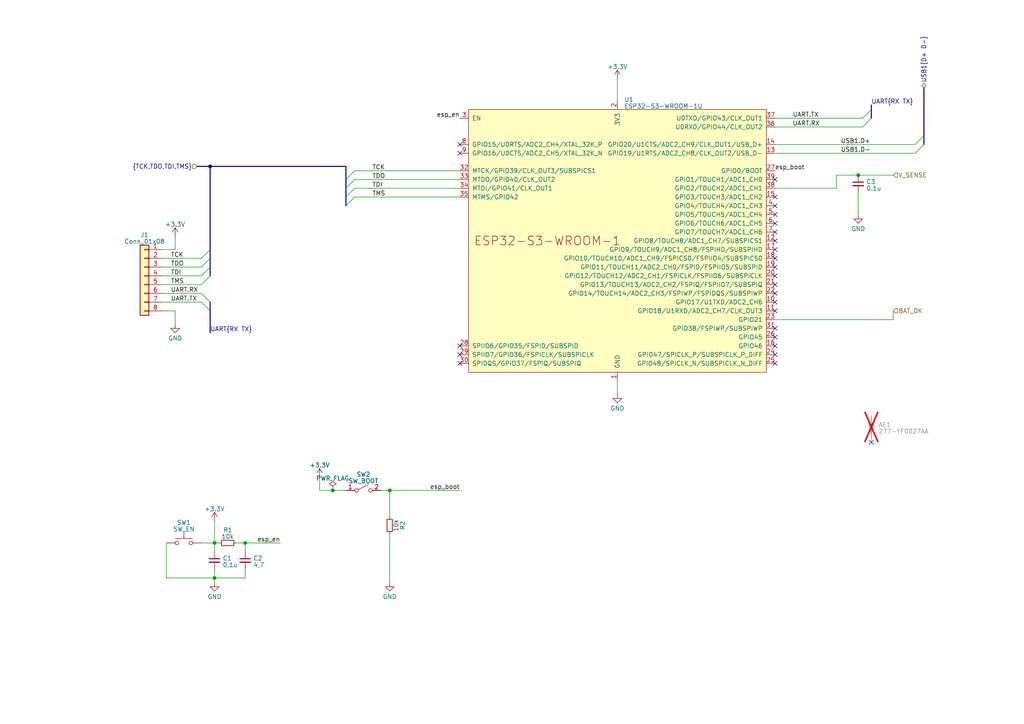
<source format=kicad_sch>
(kicad_sch (version 20230121) (generator eeschema)
  (paper "A4")
  (lib_symbols
    (symbol "Connector_Generic:Conn_01x08" (pin_names (offset 1.016) hide)
      (property "Reference" "J" (at 0 10.16 0))
      (property "Value" "Conn_01x08" (at 0 -12.7 0))
      (symbol "Conn_01x08_1_1"
        (rectangle (start -1.27 -10.033) (end 0 -10.287) (stroke (width 0.1524)))
        (rectangle (start -1.27 -7.493) (end 0 -7.747) (stroke (width 0.1524)))
        (rectangle (start -1.27 -4.953) (end 0 -5.207) (stroke (width 0.1524)))
        (rectangle (start -1.27 -2.413) (end 0 -2.667) (stroke (width 0.1524)))
        (rectangle (start -1.27 0.127) (end 0 -0.127) (stroke (width 0.1524)))
        (rectangle (start -1.27 2.667) (end 0 2.413) (stroke (width 0.1524)))
        (rectangle (start -1.27 5.207) (end 0 4.953) (stroke (width 0.1524)))
        (rectangle (start -1.27 7.747) (end 0 7.493) (stroke (width 0.1524)))
        (rectangle (start -1.27 8.89) (end 1.27 -11.43) (stroke (width 0.254)) (fill (type background)))
        (pin passive line (at -5.08 7.62 0) (length 3.81) (name "Pin_1") (number "1"))
        (pin passive line (at -5.08 5.08 0) (length 3.81) (name "Pin_2") (number "2"))
        (pin passive line (at -5.08 2.54 0) (length 3.81) (name "Pin_3") (number "3"))
        (pin passive line (at -5.08 0 0) (length 3.81) (name "Pin_4") (number "4"))
        (pin passive line (at -5.08 -2.54 0) (length 3.81) (name "Pin_5") (number "5"))
        (pin passive line (at -5.08 -5.08 0) (length 3.81) (name "Pin_6") (number "6"))
        (pin passive line (at -5.08 -7.62 0) (length 3.81) (name "Pin_7") (number "7"))
        (pin passive line (at -5.08 -10.16 0) (length 3.81) (name "Pin_8") (number "8"))
      )
    )
    (symbol "Device:Antenna" (pin_numbers hide) (pin_names (offset 1.016) hide)
      (property "Reference" "AE" (at -1.905 1.905 0))
      (property "Value" "Antenna" (at -1.905 0 0))
      (symbol "Antenna_0_1"
        (polyline (pts (xy 0 2.54) (xy 0 -3.81)) (stroke (width 0.254)))
        (polyline (pts (xy 1.27 2.54) (xy 0 -2.54) (xy -1.27 2.54)) (stroke (width 0.254)))
      )
      (symbol "Antenna_1_1"
        (pin input line (at 0 -5.08 90) (length 2.54) (name "A") (number "1"))
      )
    )
    (symbol "Device:C_Small" (pin_numbers hide) (pin_names (offset 0.254) hide)
      (property "Reference" "C" (at 0.254 1.778 0))
      (property "Value" "C_Small" (at 0.254 -2.032 0))
      (symbol "C_Small_0_1"
        (polyline (pts (xy -1.524 -0.508) (xy 1.524 -0.508)) (stroke (width 0.3302)))
        (polyline (pts (xy -1.524 0.508) (xy 1.524 0.508)) (stroke (width 0.3048)))
      )
      (symbol "C_Small_1_1"
        (pin passive line (at 0 2.54 270) (length 2.032) (name "~") (number "1"))
        (pin passive line (at 0 -2.54 90) (length 2.032) (name "~") (number "2"))
      )
    )
    (symbol "Device:R_Small" (pin_numbers hide) (pin_names (offset 0.254) hide)
      (property "Reference" "R" (at 0.762 0.508 0))
      (property "Value" "R_Small" (at 0.762 -1.016 0))
      (symbol "R_Small_0_1"
        (rectangle (start -0.762 1.778) (end 0.762 -1.778) (stroke (width 0.2032)))
      )
      (symbol "R_Small_1_1"
        (pin passive line (at 0 2.54 270) (length 0.762) (name "~") (number "1"))
        (pin passive line (at 0 -2.54 90) (length 0.762) (name "~") (number "2"))
      )
    )
    (symbol "Espressif:ESP32-S3-WROOM-1" (pin_names (offset 1.016))
      (property "Reference" "U" (at -43.18 43.18 0))
      (property "Value" "ESP32-S3-WROOM-1" (at -43.18 40.64 0))
      (symbol "ESP32-S3-WROOM-1_0_0"
        (text "ESP32-S3-WROOM-1" (at -20.32 0 0) (effects (font (size 2.54 2.54))))
        (pin power_in line (at 0 -40.64 90) (length 2.54) (name "GND") (number "1"))
        (pin bidirectional line (at 45.72 -17.78 180) (length 2.54) (name "GPIO17/U1TXD/ADC2_CH6") (number "10"))
        (pin bidirectional line (at 45.72 -20.32 180) (length 2.54) (name "GPIO18/U1RXD/ADC2_CH7/CLK_OUT3") (number "11"))
        (pin bidirectional line (at 45.72 0 180) (length 2.54) (name "GPIO8/TOUCH8/ADC1_CH7/SUBSPICS1") (number "12"))
        (pin bidirectional line (at 45.72 25.4 180) (length 2.54) (name "GPIO19/U1RTS/ADC2_CH8/CLK_OUT2/USB_D-") (number "13"))
        (pin bidirectional line (at 45.72 27.94 180) (length 2.54) (name "GPIO20/U1CTS/ADC2_CH9/CLK_OUT1/USB_D+") (number "14"))
        (pin bidirectional line (at 45.72 12.7 180) (length 2.54) (name "GPIO3/TOUCH3/ADC1_CH2") (number "15"))
        (pin bidirectional line (at 45.72 -30.48 180) (length 2.54) (name "GPIO46") (number "16"))
        (pin bidirectional line (at 45.72 -2.54 180) (length 2.54) (name "GPIO9/TOUCH9/ADC1_CH8/FSPIHD/SUBSPIHD") (number "17"))
        (pin bidirectional line (at 45.72 -5.08 180) (length 2.54) (name "GPIO10/TOUCH10/ADC1_CH9/FSPICS0/FSPIIO4/SUBSPICS0") (number "18"))
        (pin bidirectional line (at 45.72 -7.62 180) (length 2.54) (name "GPIO11/TOUCH11/ADC2_CH0/FSPID/FSPIIO5/SUBSPID") (number "19"))
        (pin power_in line (at 0 40.64 270) (length 2.54) (name "3V3") (number "2"))
        (pin bidirectional line (at 45.72 -10.16 180) (length 2.54) (name "GPIO12/TOUCH12/ADC2_CH1/FSPICLK/FSPIIO6/SUBSPICLK") (number "20"))
        (pin bidirectional line (at 45.72 -12.7 180) (length 2.54) (name "GPIO13/TOUCH13/ADC2_CH2/FSPIQ/FSPIIO7/SUBSPIQ") (number "21"))
        (pin bidirectional line (at 45.72 -15.24 180) (length 2.54) (name "GPIO14/TOUCH14/ADC2_CH3/FSPIWP/FSPIDQS/SUBSPIWP") (number "22"))
        (pin bidirectional line (at 45.72 -22.86 180) (length 2.54) (name "GPIO21") (number "23"))
        (pin bidirectional line (at 45.72 -33.02 180) (length 2.54) (name "GPIO47/SPICLK_P/SUBSPICLK_P_DIFF") (number "24"))
        (pin bidirectional line (at 45.72 -35.56 180) (length 2.54) (name "GPIO48/SPICLK_N/SUBSPICLK_N_DIFF") (number "25"))
        (pin bidirectional line (at 45.72 -27.94 180) (length 2.54) (name "GPIO45") (number "26"))
        (pin bidirectional line (at 45.72 20.32 180) (length 2.54) (name "GPIO0/BOOT") (number "27"))
        (pin bidirectional line (at -45.72 -30.48 0) (length 2.54) (name "SPIIO6/GPIO35/FSPID/SUBSPID") (number "28"))
        (pin bidirectional line (at -45.72 -33.02 0) (length 2.54) (name "SPIIO7/GPIO36/FSPICLK/SUBSPICLK") (number "29"))
        (pin input line (at -45.72 35.56 0) (length 2.54) (name "EN") (number "3"))
        (pin bidirectional line (at -45.72 -35.56 0) (length 2.54) (name "SPIDQS/GPIO37/FSPIQ/SUBSPIQ") (number "30"))
        (pin bidirectional line (at 45.72 -25.4 180) (length 2.54) (name "GPIO38/FSPIWP/SUBSPIWP") (number "31"))
        (pin bidirectional line (at -45.72 20.32 0) (length 2.54) (name "MTCK/GPIO39/CLK_OUT3/SUBSPICS1") (number "32"))
        (pin bidirectional line (at -45.72 17.78 0) (length 2.54) (name "MTDO/GPIO40/CLK_OUT2") (number "33"))
        (pin bidirectional line (at -45.72 15.24 0) (length 2.54) (name "MTDI/GPIO41/CLK_OUT1") (number "34"))
        (pin bidirectional line (at -45.72 12.7 0) (length 2.54) (name "MTMS/GPIO42") (number "35"))
        (pin bidirectional line (at 45.72 33.02 180) (length 2.54) (name "U0RXD/GPIO44/CLK_OUT2") (number "36"))
        (pin bidirectional line (at 45.72 35.56 180) (length 2.54) (name "U0TXD/GPIO43/CLK_OUT1") (number "37"))
        (pin bidirectional line (at 45.72 15.24 180) (length 2.54) (name "GPIO2/TOUCH2/ADC1_CH1") (number "38"))
        (pin bidirectional line (at 45.72 17.78 180) (length 2.54) (name "GPIO1/TOUCH1/ADC1_CH0") (number "39"))
        (pin bidirectional line (at 45.72 10.16 180) (length 2.54) (name "GPIO4/TOUCH4/ADC1_CH3") (number "4"))
        (pin passive line (at 0 -40.64 90) (length 2.54) hide (name "GND") (number "40"))
        (pin passive line (at 0 -40.64 90) (length 2.54) hide (name "GND") (number "41"))
        (pin bidirectional line (at 45.72 7.62 180) (length 2.54) (name "GPIO5/TOUCH5/ADC1_CH4") (number "5"))
        (pin bidirectional line (at 45.72 5.08 180) (length 2.54) (name "GPIO6/TOUCH6/ADC1_CH5") (number "6"))
        (pin bidirectional line (at 45.72 2.54 180) (length 2.54) (name "GPIO7/TOUCH7/ADC1_CH6") (number "7"))
        (pin bidirectional line (at -45.72 27.94 0) (length 2.54) (name "GPIO15/U0RTS/ADC2_CH4/XTAL_32K_P") (number "8"))
        (pin bidirectional line (at -45.72 25.4 0) (length 2.54) (name "GPIO16/U0CTS/ADC2_CH5/XTAL_32K_N") (number "9"))
      )
      (symbol "ESP32-S3-WROOM-1_0_1"
        (rectangle (start -43.18 38.1) (end 43.18 -38.1) (fill (type background)))
      )
    )
    (symbol "Switch:SW_Push" (pin_numbers hide) (pin_names (offset 1.016) hide)
      (property "Reference" "SW" (at 1.27 2.54 0))
      (property "Value" "SW_Push" (at 0 -1.524 0))
      (symbol "SW_Push_0_1"
        (circle (center -2.032 0) (radius 0.508))
        (polyline (pts (xy 0 1.27) (xy 0 3.048)))
        (polyline (pts (xy 2.54 1.27) (xy -2.54 1.27)))
        (circle (center 2.032 0) (radius 0.508))
        (pin passive line (at -5.08 0 0) (length 2.54) (name "1") (number "1"))
        (pin passive line (at 5.08 0 180) (length 2.54) (name "2") (number "2"))
      )
    )
    (symbol "Switch:SW_SPST" (pin_names (offset 0) hide)
      (property "Reference" "SW" (at 0 3.175 0))
      (property "Value" "SW_SPST" (at 0 -2.54 0))
      (symbol "SW_SPST_0_0"
        (circle (center -2.032 0) (radius 0.508))
        (polyline (pts (xy -1.524 0.254) (xy 1.524 1.778)))
        (circle (center 2.032 0) (radius 0.508))
      )
      (symbol "SW_SPST_1_1"
        (pin passive line (at -5.08 0 0) (length 2.54) (name "A") (number "1"))
        (pin passive line (at 5.08 0 180) (length 2.54) (name "B") (number "2"))
      )
    )
    (symbol "power:+3.3V" (power) (pin_names (offset 0))
      (property "Value" "+3.3V" (at 0 3.556 0))
      (symbol "+3.3V_0_1"
        (polyline (pts (xy -0.762 1.27) (xy 0 2.54)))
        (polyline (pts (xy 0 0) (xy 0 2.54)))
        (polyline (pts (xy 0 2.54) (xy 0.762 1.27)))
      )
      (symbol "+3.3V_1_1"
        (pin power_in line (at 0 0 90) (length 0) hide (name "+3.3V") (number "1"))
      )
    )
    (symbol "power:GND" (power) (pin_names (offset 0))
      (property "Value" "GND" (at 0 -3.81 0))
      (symbol "GND_0_1"
        (polyline (pts (xy 0 0) (xy 0 -1.27) (xy 1.27 -1.27) (xy 0 -2.54) (xy -1.27 -1.27) (xy 0 -1.27)))
      )
      (symbol "GND_1_1"
        (pin power_in line (at 0 0 270) (length 0) hide (name "GND") (number "1"))
      )
    )
    (symbol "power:PWR_FLAG" (power) (pin_numbers hide) (pin_names (offset 0) hide)
      (property "Value" "PWR_FLAG" (at 0 3.81 0))
      (symbol "PWR_FLAG_0_0"
        (pin power_out line (at 0 0 90) (length 0) (name "pwr") (number "1"))
      )
      (symbol "PWR_FLAG_0_1"
        (polyline (pts (xy 0 0) (xy 0 1.27) (xy -1.016 1.905) (xy 0 2.54) (xy 1.016 1.905) (xy 0 1.27)))
      )
    )
  )
  (junction (at 113.03 142.24))
  (junction (at 71.12 157.48))
  (junction (at 62.23 157.48))
  (junction (at 248.92 50.8))
  (junction (at 62.23 167.64))
  (junction (at 96.52 142.24))
  (junction (at 60.96 48.26))
  (no_connect (at 224.79 100.33))
  (no_connect (at 133.35 41.91))
  (no_connect (at 133.35 102.87))
  (no_connect (at 224.79 62.23))
  (no_connect (at 133.35 105.41))
  (no_connect (at 224.79 87.63))
  (no_connect (at 224.79 85.09))
  (no_connect (at 252.73 128.27))
  (no_connect (at 224.79 90.17))
  (no_connect (at 224.79 57.15))
  (no_connect (at 224.79 67.31))
  (no_connect (at 224.79 77.47))
  (no_connect (at 224.79 95.25))
  (no_connect (at 224.79 102.87))
  (no_connect (at 224.79 72.39))
  (no_connect (at 224.79 97.79))
  (no_connect (at 224.79 74.93))
  (no_connect (at 224.79 82.55))
  (no_connect (at 224.79 80.01))
  (no_connect (at 224.79 52.07))
  (no_connect (at 224.79 105.41))
  (no_connect (at 224.79 69.85))
  (no_connect (at 224.79 59.69))
  (no_connect (at 224.79 64.77))
  (no_connect (at 133.35 100.33))
  (no_connect (at 133.35 44.45))
  (bus_entry (at 102.87 49.53) (size -2.54 2.54))
  (bus_entry (at 60.96 77.47) (size -2.54 2.54))
  (bus_entry (at 102.87 54.61) (size -2.54 2.54))
  (bus_entry (at 265.43 44.45) (size 2.54 -2.54))
  (bus_entry (at 60.96 74.93) (size -2.54 2.54))
  (bus_entry (at 265.43 41.91) (size 2.54 -2.54))
  (bus_entry (at 250.19 34.29) (size 2.54 -2.54))
  (bus_entry (at 58.42 87.63) (size 2.54 2.54))
  (bus_entry (at 60.96 80.01) (size -2.54 2.54))
  (bus_entry (at 250.19 36.83) (size 2.54 -2.54))
  (bus_entry (at 102.87 52.07) (size -2.54 2.54))
  (bus_entry (at 60.96 72.39) (size -2.54 2.54))
  (bus_entry (at 102.87 57.15) (size -2.54 2.54))
  (bus_entry (at 58.42 85.09) (size 2.54 2.54))
  (wire (pts (xy 242.57 50.8) (xy 242.57 54.61)))
  (wire (pts (xy 113.03 142.24) (xy 133.35 142.24)))
  (wire (pts (xy 179.07 22.86) (xy 179.07 29.21)))
  (wire (pts (xy 46.99 87.63) (xy 58.42 87.63)))
  (wire (pts (xy 71.12 167.64) (xy 62.23 167.64)))
  (bus (pts (xy 60.96 90.17) (xy 60.96 96.52)))
  (wire (pts (xy 92.71 142.24) (xy 92.71 138.43)))
  (wire (pts (xy 224.79 92.71) (xy 259.08 92.71)))
  (wire (pts (xy 62.23 157.48) (xy 63.5 157.48)))
  (bus (pts (xy 60.96 48.26) (xy 100.33 48.26)))
  (wire (pts (xy 179.07 110.49) (xy 179.07 114.3)))
  (wire (pts (xy 100.33 142.24) (xy 96.52 142.24)))
  (bus (pts (xy 60.96 74.93) (xy 60.96 77.47)))
  (bus (pts (xy 60.96 72.39) (xy 60.96 74.93)))
  (wire (pts (xy 46.99 80.01) (xy 58.42 80.01)))
  (wire (pts (xy 102.87 57.15) (xy 133.35 57.15)))
  (wire (pts (xy 48.26 167.64) (xy 62.23 167.64)))
  (wire (pts (xy 62.23 165.1) (xy 62.23 167.64)))
  (bus (pts (xy 60.96 87.63) (xy 60.96 90.17)))
  (wire (pts (xy 50.8 72.39) (xy 50.8 68.58)))
  (bus (pts (xy 60.96 77.47) (xy 60.96 80.01)))
  (wire (pts (xy 46.99 82.55) (xy 58.42 82.55)))
  (wire (pts (xy 102.87 54.61) (xy 133.35 54.61)))
  (bus (pts (xy 60.96 48.26) (xy 60.96 72.39)))
  (wire (pts (xy 50.8 90.17) (xy 50.8 93.98)))
  (wire (pts (xy 58.42 157.48) (xy 62.23 157.48)))
  (wire (pts (xy 46.99 90.17) (xy 50.8 90.17)))
  (bus (pts (xy 252.73 30.48) (xy 252.73 31.75)))
  (wire (pts (xy 259.08 90.17) (xy 259.08 92.71)))
  (bus (pts (xy 100.33 52.07) (xy 100.33 54.61)))
  (bus (pts (xy 100.33 54.61) (xy 100.33 57.15)))
  (wire (pts (xy 46.99 85.09) (xy 58.42 85.09)))
  (wire (pts (xy 110.49 142.24) (xy 113.03 142.24)))
  (wire (pts (xy 224.79 44.45) (xy 265.43 44.45)))
  (wire (pts (xy 259.08 50.8) (xy 248.92 50.8)))
  (wire (pts (xy 224.79 54.61) (xy 242.57 54.61)))
  (wire (pts (xy 102.87 52.07) (xy 133.35 52.07)))
  (bus (pts (xy 252.73 31.75) (xy 252.73 34.29)))
  (bus (pts (xy 267.97 25.4) (xy 267.97 39.37)))
  (wire (pts (xy 113.03 154.94) (xy 113.03 168.91)))
  (wire (pts (xy 46.99 74.93) (xy 58.42 74.93)))
  (wire (pts (xy 71.12 157.48) (xy 71.12 160.02)))
  (bus (pts (xy 100.33 48.26) (xy 100.33 52.07)))
  (wire (pts (xy 62.23 160.02) (xy 62.23 157.48)))
  (wire (pts (xy 71.12 165.1) (xy 71.12 167.64)))
  (wire (pts (xy 46.99 72.39) (xy 50.8 72.39)))
  (wire (pts (xy 224.79 34.29) (xy 250.19 34.29)))
  (wire (pts (xy 248.92 62.23) (xy 248.92 55.88)))
  (wire (pts (xy 113.03 142.24) (xy 113.03 149.86)))
  (wire (pts (xy 71.12 157.48) (xy 81.28 157.48)))
  (bus (pts (xy 100.33 57.15) (xy 100.33 59.69)))
  (wire (pts (xy 96.52 142.24) (xy 92.71 142.24)))
  (wire (pts (xy 46.99 77.47) (xy 58.42 77.47)))
  (wire (pts (xy 248.92 50.8) (xy 242.57 50.8)))
  (wire (pts (xy 48.26 157.48) (xy 48.26 167.64)))
  (wire (pts (xy 102.87 49.53) (xy 133.35 49.53)))
  (bus (pts (xy 267.97 39.37) (xy 267.97 41.91)))
  (wire (pts (xy 224.79 41.91) (xy 265.43 41.91)))
  (bus (pts (xy 57.15 48.26) (xy 60.96 48.26)))
  (wire (pts (xy 68.58 157.48) (xy 71.12 157.48)))
  (wire (pts (xy 62.23 167.64) (xy 62.23 168.91)))
  (wire (pts (xy 224.79 36.83) (xy 250.19 36.83)))
  (wire (pts (xy 62.23 151.13) (xy 62.23 157.48)))
  (label "UART.RX" (at 49.53 85.09 0))
  (label "UART.TX" (at 49.53 87.63 0))
  (label "UART{RX TX}" (at 60.96 96.52 0))
  (label "TMS" (at 49.53 82.55 0))
  (label "UART.RX" (at 229.87 36.83 0))
  (label "TDO" (at 107.95 52.07 0))
  (label "esp_boot" (at 133.35 142.24 180))
  (label "esp_boot" (at 224.79 49.53 0))
  (label "USB1.D+" (at 243.84 41.91 0))
  (label "UART{RX TX}" (at 252.73 30.48 0))
  (label "TCK" (at 49.53 74.93 0))
  (label "TDO" (at 49.53 77.47 0))
  (label "esp_en" (at 81.28 157.48 180))
  (label "TDI" (at 49.53 80.01 0))
  (label "TCK" (at 107.95 49.53 0))
  (label "TMS" (at 107.95 57.15 0))
  (label "esp_en" (at 133.35 34.29 180))
  (label "UART.TX" (at 229.87 34.29 0))
  (label "USB1.D-" (at 243.84 44.45 0))
  (label "TDI" (at 107.95 54.61 0))
  (hierarchical_label "V_SENSE" (shape input) (at 259.08 50.8 0))
  (hierarchical_label "{TCK,TDO,TDI,TMS}" (shape input) (at 57.15 48.26 180))
  (hierarchical_label "BAT_OK" (shape input) (at 259.08 90.17 0))
  (hierarchical_label "USB1{D+ D-}" (shape bidirectional) (at 267.97 25.4 90))
  (symbol (lib_id "Switch:SW_SPST") (at 105.41 142.24 0) (unit 1)
    (property "Reference" "SW2" (at 105.41 137.5791 0))
    (property "Value" "SW_BOOT" (at 105.41 139.5001 0))
    (property "Footprint" "Button_Switch_SMD:SW_Push_1P1T-MP_NO_Horizontal_Alps_SKRTLAE010" (effects hide))
  )
  (symbol (lib_id "power:GND") (at 179.07 114.3 0) (unit 1)
    (property "Reference" "#PWR07" (effects hide))
    (property "Value" "GND" (at 179.07 118.4355 0))
  )
  (symbol (lib_id "power:GND") (at 113.03 168.91 0) (unit 1)
    (property "Reference" "#PWR05" (effects hide))
    (property "Value" "GND" (at 113.03 173.0455 0))
  )
  (symbol (lib_id "power:+3.3V") (at 62.23 151.13 0) (unit 1)
    (property "Reference" "#PWR02" (effects hide))
    (property "Value" "+3.3V" (at 62.23 147.6281 0))
  )
  (symbol (lib_id "Device:C_Small") (at 62.23 162.56 0) (unit 1)
    (property "Reference" "C1" (at 64.5541 161.9226 0) (effects (justify left)))
    (property "Value" "0,1u" (at 64.5541 163.8436 0) (effects (justify left)))
    (property "Footprint" "Capacitor_SMD:C_0805_2012Metric_Pad1.18x1.45mm_HandSolder" (effects hide))
  )
  (symbol (lib_id "Device:C_Small") (at 248.92 53.34 0) (unit 1)
    (property "Reference" "C3" (at 251.2441 52.7026 0) (effects (justify left)))
    (property "Value" "0.1u" (at 251.2441 54.6236 0) (effects (justify left)))
    (property "Footprint" "Capacitor_SMD:C_0805_2012Metric_Pad1.18x1.45mm_HandSolder" (effects hide))
  )
  (symbol (lib_id "power:PWR_FLAG") (at 96.52 142.24 0) (unit 1)
    (property "Reference" "#FLG01" (effects hide))
    (property "Value" "PWR_FLAG" (at 96.52 138.7381 0))
  )
  (symbol (lib_id "power:+3.3V") (at 92.71 138.43 0) (unit 1)
    (property "Reference" "#PWR04" (effects hide))
    (property "Value" "+3.3V" (at 92.71 134.9281 0))
  )
  (symbol (lib_id "Espressif:ESP32-S3-WROOM-1") (at 179.07 69.85 0) (unit 1)
    (property "Reference" "U1" (at 181.0259 28.8671 0) (effects (justify left)))
    (property "Value" "ESP32-S3-WROOM-1U" (at 181.0259 30.7881 0) (effects (justify left)))
    (property "Footprint" "Espressif:ESP32-S3-WROOM-1U" (effects hide))
    (property "Datasheet" "https://www.espressif.com/sites/default/files/documentation/esp32-s3-wroom-1_wroom-1u_datasheet_en.pdf" (effects hide))
  )
  (symbol (lib_id "Device:R_Small") (at 66.04 157.48 90) (unit 1)
    (property "Reference" "R1" (at 66.04 153.7335 90))
    (property "Value" "10k" (at 66.04 155.6545 90))
    (property "Footprint" "Resistor_SMD:R_0805_2012Metric_Pad1.20x1.40mm_HandSolder" (effects hide))
  )
  (symbol (lib_id "Device:C_Small") (at 71.12 162.56 0) (unit 1)
    (property "Reference" "C2" (at 73.4441 161.9226 0) (effects (justify left)))
    (property "Value" "4,7" (at 73.4441 163.8436 0) (effects (justify left)))
    (property "Footprint" "Capacitor_SMD:C_0805_2012Metric_Pad1.18x1.45mm_HandSolder" (effects hide))
  )
  (symbol (lib_id "Connector_Generic:Conn_01x08") (at 41.91 80.01 0) (mirror y) (unit 1)
    (property "Reference" "J1" (at 41.91 68.1101 0))
    (property "Value" "Conn_01x08" (at 41.91 70.0311 0))
    (property "Footprint" "Connector_PinHeader_1.27mm:PinHeader_1x08_P1.27mm_Vertical" (effects hide))
  )
  (symbol (lib_id "Device:R_Small") (at 113.03 152.4 0) (unit 1)
    (property "Reference" "R2" (at 116.7765 152.4 90))
    (property "Value" "10k" (at 114.8555 152.4 90))
    (property "Footprint" "Resistor_SMD:R_0805_2012Metric_Pad1.20x1.40mm_HandSolder" (effects hide))
  )
  (symbol (lib_id "power:+3.3V") (at 50.8 68.58 0) (unit 1)
    (property "Reference" "#PWR01" (effects hide))
    (property "Value" "+3.3V" (at 50.8 65.0781 0))
  )
  (symbol (lib_id "power:GND") (at 248.92 62.23 0) (unit 1)
    (property "Reference" "#PWR08" (effects hide))
    (property "Value" "GND" (at 248.92 66.3655 0))
  )
  (symbol (lib_id "Device:Antenna") (at 252.73 123.19 0) (unit 1) (on_board no) (dnp yes)
    (property "Reference" "AE1" (at 254.762 123.1813 0) (effects (justify left)))
    (property "Value" "277-YF0027AA" (at 254.762 125.1023 0) (effects (justify left)))
    (property "Sim.Enable" "0" (effects hide))
  )
  (symbol (lib_id "power:GND") (at 50.8 93.98 0) (unit 1)
    (property "Reference" "#PWR0101" (effects hide))
    (property "Value" "GND" (at 50.8 98.1155 0))
  )
  (symbol (lib_id "power:+3.3V") (at 179.07 22.86 0) (unit 1)
    (property "Reference" "#PWR06" (effects hide))
    (property "Value" "+3.3V" (at 179.07 19.3581 0))
  )
  (symbol (lib_id "Switch:SW_Push") (at 53.34 157.48 0) (unit 1)
    (property "Reference" "SW1" (at 53.34 151.5491 0))
    (property "Value" "SW_EN" (at 53.34 153.4701 0))
    (property "Footprint" "Button_Switch_SMD:SW_Push_1P1T-MP_NO_Horizontal_Alps_SKRTLAE010" (effects hide))
    (instances (project "RiverMesh" (path "" (reference "SW1") (unit 1)) (path "" (reference "SW?") (unit 1))))
  )
  (symbol (lib_id "power:GND") (at 62.23 168.91 0) (unit 1)
    (property "Reference" "#PWR03" (effects hide))
    (property "Value" "GND" (at 62.23 173.0455 0))
  )
)
</source>
